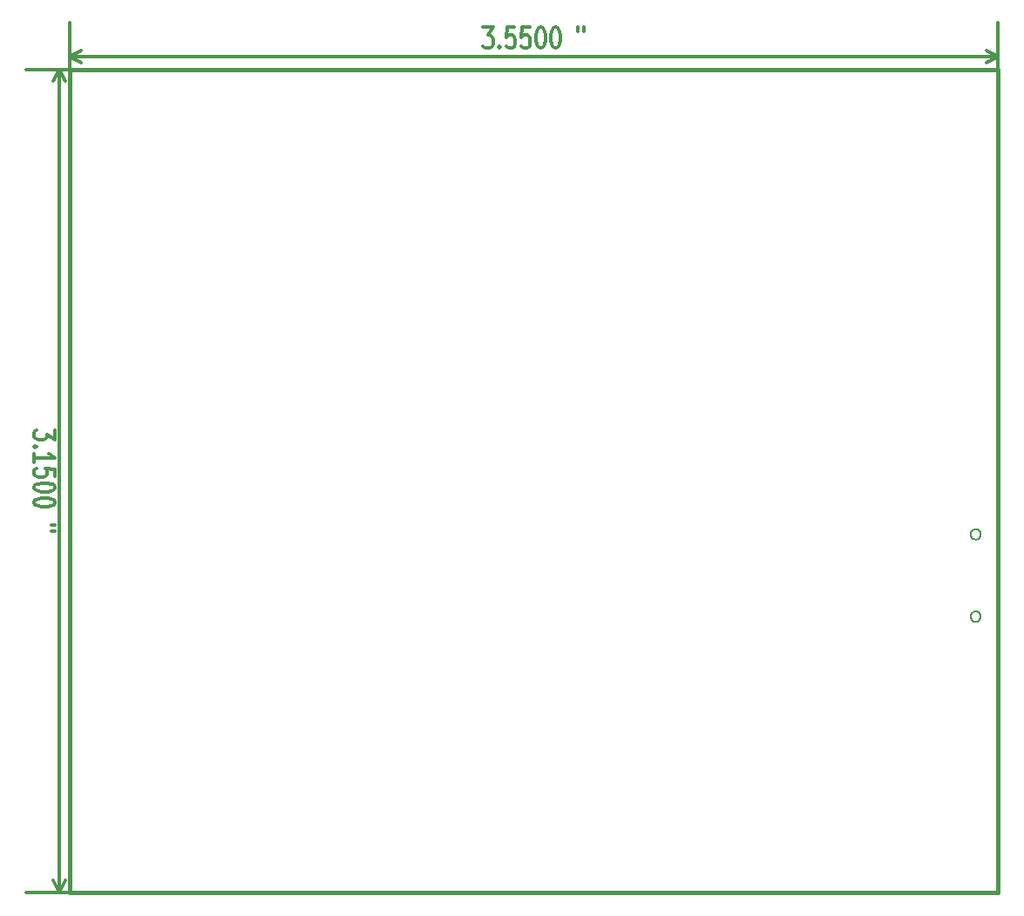
<source format=gbr>
G04 (created by PCBNEW-RS274X (2012-01-19 BZR 3256)-stable) date 01/09/2012 19:00:46*
G01*
G70*
G90*
%MOIN*%
G04 Gerber Fmt 3.4, Leading zero omitted, Abs format*
%FSLAX34Y34*%
G04 APERTURE LIST*
%ADD10C,0.006000*%
%ADD11C,0.012000*%
%ADD12C,0.015000*%
%ADD13C,0.005000*%
G04 APERTURE END LIST*
G54D10*
G54D11*
X09437Y-20309D02*
X09437Y-20680D01*
X09132Y-20480D01*
X09132Y-20566D01*
X09094Y-20623D01*
X09056Y-20652D01*
X08980Y-20680D01*
X08790Y-20680D01*
X08713Y-20652D01*
X08675Y-20623D01*
X08637Y-20566D01*
X08637Y-20394D01*
X08675Y-20337D01*
X08713Y-20309D01*
X08713Y-20937D02*
X08675Y-20965D01*
X08637Y-20937D01*
X08675Y-20908D01*
X08713Y-20937D01*
X08637Y-20937D01*
X08637Y-21537D02*
X08637Y-21194D01*
X08637Y-21366D02*
X09437Y-21366D01*
X09323Y-21309D01*
X09247Y-21251D01*
X09209Y-21194D01*
X09437Y-22080D02*
X09437Y-21794D01*
X09056Y-21765D01*
X09094Y-21794D01*
X09132Y-21851D01*
X09132Y-21994D01*
X09094Y-22051D01*
X09056Y-22080D01*
X08980Y-22108D01*
X08790Y-22108D01*
X08713Y-22080D01*
X08675Y-22051D01*
X08637Y-21994D01*
X08637Y-21851D01*
X08675Y-21794D01*
X08713Y-21765D01*
X09437Y-22479D02*
X09437Y-22536D01*
X09399Y-22593D01*
X09361Y-22622D01*
X09285Y-22651D01*
X09132Y-22679D01*
X08942Y-22679D01*
X08790Y-22651D01*
X08713Y-22622D01*
X08675Y-22593D01*
X08637Y-22536D01*
X08637Y-22479D01*
X08675Y-22422D01*
X08713Y-22393D01*
X08790Y-22365D01*
X08942Y-22336D01*
X09132Y-22336D01*
X09285Y-22365D01*
X09361Y-22393D01*
X09399Y-22422D01*
X09437Y-22479D01*
X09437Y-23050D02*
X09437Y-23107D01*
X09399Y-23164D01*
X09361Y-23193D01*
X09285Y-23222D01*
X09132Y-23250D01*
X08942Y-23250D01*
X08790Y-23222D01*
X08713Y-23193D01*
X08675Y-23164D01*
X08637Y-23107D01*
X08637Y-23050D01*
X08675Y-22993D01*
X08713Y-22964D01*
X08790Y-22936D01*
X08942Y-22907D01*
X09132Y-22907D01*
X09285Y-22936D01*
X09361Y-22964D01*
X09399Y-22993D01*
X09437Y-23050D01*
X09437Y-23935D02*
X09285Y-23935D01*
X09437Y-24164D02*
X09285Y-24164D01*
X09601Y-06500D02*
X09601Y-38000D01*
X10100Y-06500D02*
X08321Y-06500D01*
X10100Y-38000D02*
X08321Y-38000D01*
X09601Y-38000D02*
X09371Y-37557D01*
X09601Y-38000D02*
X09831Y-37557D01*
X09601Y-06500D02*
X09371Y-06943D01*
X09601Y-06500D02*
X09831Y-06943D01*
X25809Y-04885D02*
X26180Y-04885D01*
X25980Y-05190D01*
X26066Y-05190D01*
X26123Y-05228D01*
X26152Y-05266D01*
X26180Y-05342D01*
X26180Y-05532D01*
X26152Y-05609D01*
X26123Y-05647D01*
X26066Y-05685D01*
X25894Y-05685D01*
X25837Y-05647D01*
X25809Y-05609D01*
X26437Y-05609D02*
X26465Y-05647D01*
X26437Y-05685D01*
X26408Y-05647D01*
X26437Y-05609D01*
X26437Y-05685D01*
X27009Y-04885D02*
X26723Y-04885D01*
X26694Y-05266D01*
X26723Y-05228D01*
X26780Y-05190D01*
X26923Y-05190D01*
X26980Y-05228D01*
X27009Y-05266D01*
X27037Y-05342D01*
X27037Y-05532D01*
X27009Y-05609D01*
X26980Y-05647D01*
X26923Y-05685D01*
X26780Y-05685D01*
X26723Y-05647D01*
X26694Y-05609D01*
X27580Y-04885D02*
X27294Y-04885D01*
X27265Y-05266D01*
X27294Y-05228D01*
X27351Y-05190D01*
X27494Y-05190D01*
X27551Y-05228D01*
X27580Y-05266D01*
X27608Y-05342D01*
X27608Y-05532D01*
X27580Y-05609D01*
X27551Y-05647D01*
X27494Y-05685D01*
X27351Y-05685D01*
X27294Y-05647D01*
X27265Y-05609D01*
X27979Y-04885D02*
X28036Y-04885D01*
X28093Y-04923D01*
X28122Y-04961D01*
X28151Y-05037D01*
X28179Y-05190D01*
X28179Y-05380D01*
X28151Y-05532D01*
X28122Y-05609D01*
X28093Y-05647D01*
X28036Y-05685D01*
X27979Y-05685D01*
X27922Y-05647D01*
X27893Y-05609D01*
X27865Y-05532D01*
X27836Y-05380D01*
X27836Y-05190D01*
X27865Y-05037D01*
X27893Y-04961D01*
X27922Y-04923D01*
X27979Y-04885D01*
X28550Y-04885D02*
X28607Y-04885D01*
X28664Y-04923D01*
X28693Y-04961D01*
X28722Y-05037D01*
X28750Y-05190D01*
X28750Y-05380D01*
X28722Y-05532D01*
X28693Y-05609D01*
X28664Y-05647D01*
X28607Y-05685D01*
X28550Y-05685D01*
X28493Y-05647D01*
X28464Y-05609D01*
X28436Y-05532D01*
X28407Y-05380D01*
X28407Y-05190D01*
X28436Y-05037D01*
X28464Y-04961D01*
X28493Y-04923D01*
X28550Y-04885D01*
X29435Y-04885D02*
X29435Y-05037D01*
X29664Y-04885D02*
X29664Y-05037D01*
X10000Y-06001D02*
X45500Y-06001D01*
X10000Y-06500D02*
X10000Y-04721D01*
X45500Y-06500D02*
X45500Y-04721D01*
X45500Y-06001D02*
X45057Y-06231D01*
X45500Y-06001D02*
X45057Y-05771D01*
X10000Y-06001D02*
X10443Y-06231D01*
X10000Y-06001D02*
X10443Y-05771D01*
G54D12*
X10000Y-06500D02*
X45500Y-06500D01*
X45500Y-38000D02*
X10000Y-38000D01*
X45500Y-06500D02*
X45500Y-38000D01*
X10000Y-06500D02*
X10000Y-38000D01*
G54D13*
X44843Y-24299D02*
X44839Y-24337D01*
X44828Y-24374D01*
X44810Y-24408D01*
X44785Y-24437D01*
X44756Y-24462D01*
X44722Y-24480D01*
X44685Y-24491D01*
X44647Y-24495D01*
X44610Y-24492D01*
X44573Y-24481D01*
X44539Y-24463D01*
X44509Y-24439D01*
X44484Y-24410D01*
X44465Y-24376D01*
X44454Y-24339D01*
X44450Y-24301D01*
X44453Y-24264D01*
X44463Y-24227D01*
X44481Y-24193D01*
X44505Y-24163D01*
X44534Y-24138D01*
X44568Y-24119D01*
X44604Y-24107D01*
X44642Y-24103D01*
X44680Y-24105D01*
X44717Y-24116D01*
X44751Y-24133D01*
X44781Y-24157D01*
X44806Y-24186D01*
X44825Y-24219D01*
X44838Y-24256D01*
X44842Y-24294D01*
X44843Y-24299D01*
X44843Y-27449D02*
X44839Y-27487D01*
X44828Y-27524D01*
X44810Y-27558D01*
X44785Y-27587D01*
X44756Y-27612D01*
X44722Y-27630D01*
X44685Y-27641D01*
X44647Y-27645D01*
X44610Y-27642D01*
X44573Y-27631D01*
X44539Y-27613D01*
X44509Y-27589D01*
X44484Y-27560D01*
X44465Y-27526D01*
X44454Y-27489D01*
X44450Y-27451D01*
X44453Y-27414D01*
X44463Y-27377D01*
X44481Y-27343D01*
X44505Y-27313D01*
X44534Y-27288D01*
X44568Y-27269D01*
X44604Y-27257D01*
X44642Y-27253D01*
X44680Y-27255D01*
X44717Y-27266D01*
X44751Y-27283D01*
X44781Y-27307D01*
X44806Y-27336D01*
X44825Y-27369D01*
X44838Y-27406D01*
X44842Y-27444D01*
X44843Y-27449D01*
M02*

</source>
